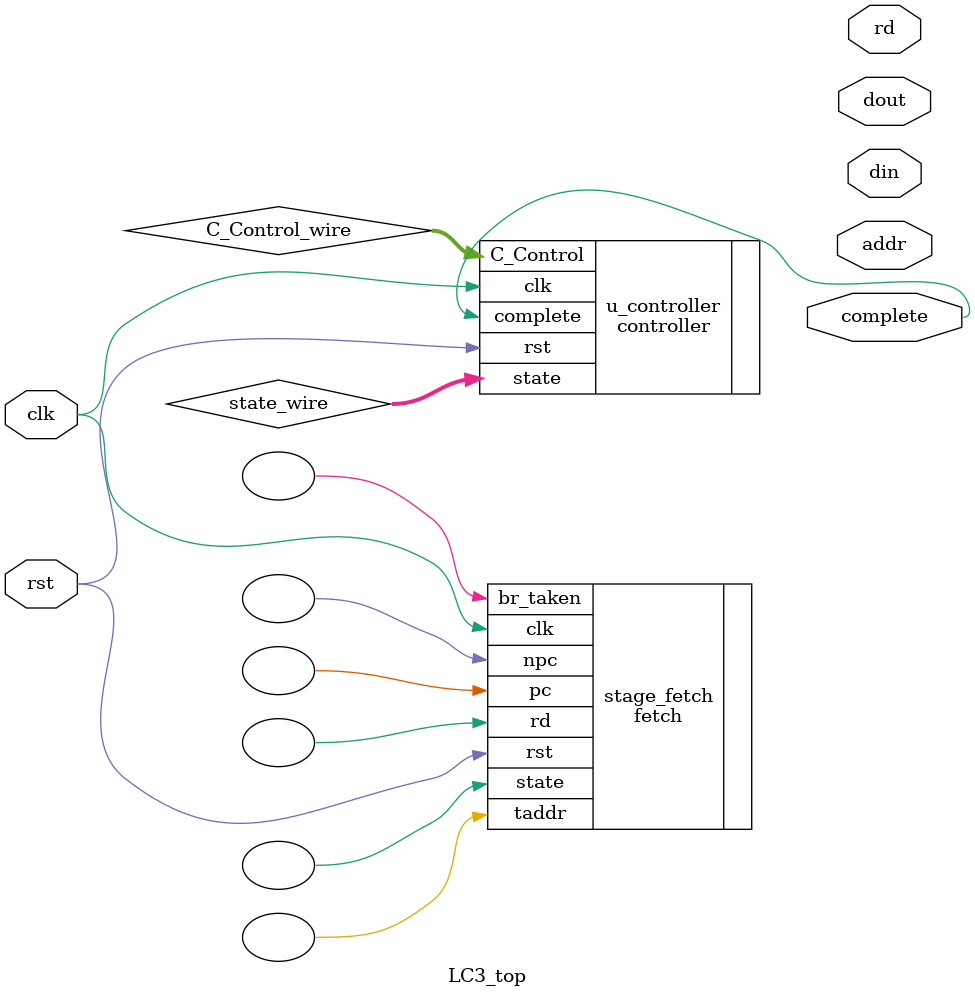
<source format=v>

module LC3_top(clk, rst, rd, addr, din ,dout, complete);
	input clk;
	input rst;
	output rd;
	output complete;
	output [15:0] addr,din,dout;
	
	
	wire [3:0] state_wire;
	wire [5:0] C_Control_wire;
	
	
	fetch stage_fetch(.clk(clk), .rst(rst), .state(), .pc(), .npc() , .rd(), .taddr(), .br_taken() );
	
	controller u_controller(.clk(clk), .rst(rst), .state(state_wire), .C_Control(C_Control_wire), .complete(complete));
	
endmodule 
</source>
